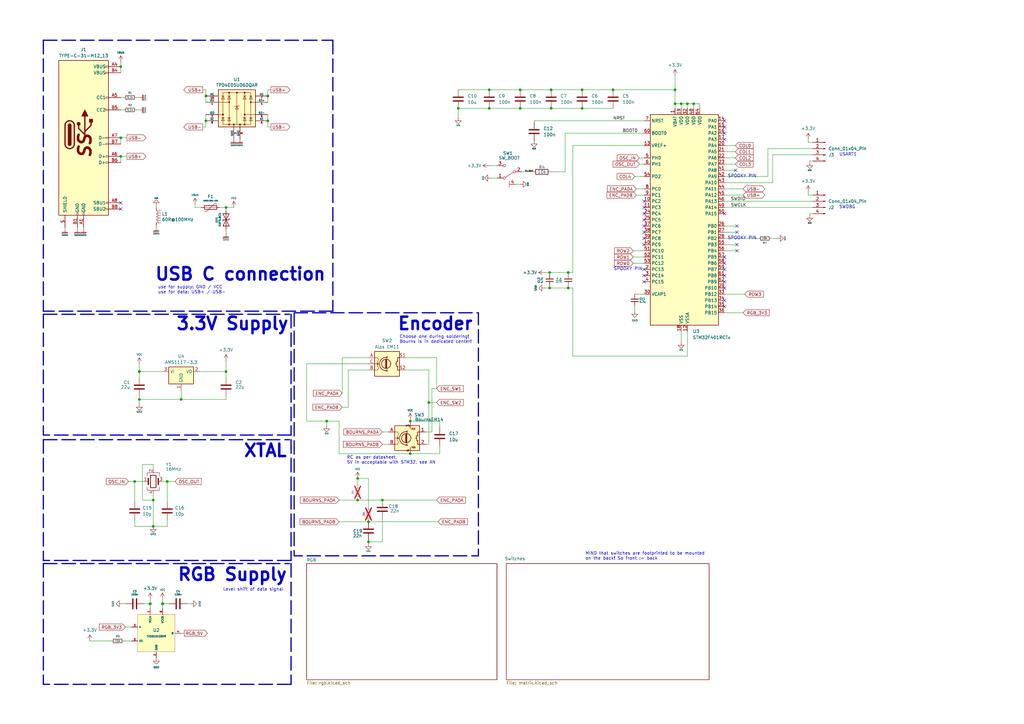
<source format=kicad_sch>
(kicad_sch (version 20230121) (generator eeschema)
  (paper "A3")
  (title_block (title "VMacPad PCB") (date "2023-08-07") (rev "1") (company "11kbd"))
  (junction (at 281.94 42.545))
  (junction (at 66.675 247.65) (diameter 1.016))
  (junction (at 109.855 49.53))
  (junction (at 156.845 205.105))
  (junction (at 61.595 247.65) (diameter 1.016))
  (junction (at 233.045 111.76) (diameter 0.9144))
  (junction (at 84.455 39.37))
  (junction (at 84.455 49.53))
  (junction (at 168.275 172.72))
  (junction (at 187.96 44.45))
  (junction (at 57.15 152.4) (diameter 1.016))
  (junction (at 213.36 36.83))
  (junction (at 213.36 44.45))
  (junction (at 74.295 163.83))
  (junction (at 251.46 36.83))
  (junction (at 151.13 222.25))
  (junction (at 276.86 36.83))
  (junction (at 284.48 42.545))
  (junction (at 146.685 205.105))
  (junction (at 109.855 39.37))
  (junction (at 68.58 197.485))
  (junction (at 238.76 36.83))
  (junction (at 279.4 42.545))
  (junction (at 225.425 111.76) (diameter 0.9144))
  (junction (at 226.06 36.83))
  (junction (at 62.865 205.105))
  (junction (at 49.53 64.135))
  (junction (at 49.53 56.515))
  (junction (at 49.53 27.305))
  (junction (at 200.66 36.83))
  (junction (at 92.71 85.09))
  (junction (at 151.13 213.995))
  (junction (at 175.895 165.1))
  (junction (at 92.71 152.4))
  (junction (at 62.865 215.9))
  (junction (at 238.76 44.45))
  (junction (at 200.66 44.45))
  (junction (at 226.06 44.45))
  (junction (at 133.985 172.72))
  (junction (at 57.15 163.83))
  (junction (at 225.425 118.11) (diameter 0.9144))
  (junction (at 168.275 186.055))
  (junction (at 146.685 196.215))
  (junction (at 55.245 197.485))
  (junction (at 276.86 42.545))
  (junction (at 233.045 118.11) (diameter 0.9144))
  (no_connect (at 264.16 85.09))
  (no_connect (at 297.18 118.11))
  (no_connect (at 264.16 113.03))
  (no_connect (at 297.18 57.15))
  (no_connect (at 301.625 69.85))
  (no_connect (at 297.18 54.61))
  (no_connect (at 297.18 52.07))
  (no_connect (at 297.18 113.03))
  (no_connect (at 302.26 102.87))
  (no_connect (at 264.16 100.33))
  (no_connect (at 297.18 105.41))
  (no_connect (at 297.18 107.95))
  (no_connect (at 49.53 85.725))
  (no_connect (at 297.18 123.19))
  (no_connect (at 264.16 90.17))
  (no_connect (at 302.26 100.33))
  (no_connect (at 264.16 97.79))
  (no_connect (at 264.16 82.55))
  (no_connect (at 264.16 115.57))
  (no_connect (at 297.18 87.63))
  (no_connect (at 264.16 92.71))
  (no_connect (at 302.26 92.71))
  (no_connect (at 297.18 125.73))
  (no_connect (at 297.18 110.49))
  (no_connect (at 49.53 83.185))
  (no_connect (at 264.16 87.63))
  (no_connect (at 264.16 95.25))
  (no_connect (at 302.26 95.25))
  (no_connect (at 264.16 110.49))
  (no_connect (at 297.18 115.57))
  (no_connect (at 297.18 49.53))
  (wire (pts (xy 297.18 82.55) (xy 333.375 82.55)))
  (wire (pts (xy 146.685 205.105) (xy 146.685 204.47)))
  (wire (pts (xy 109.855 39.37) (xy 109.855 41.91)))
  (wire (pts (xy 200.66 36.83) (xy 213.36 36.83)))
  (wire (pts (xy 59.055 247.65) (xy 61.595 247.65)))
  (wire (pts (xy 260.985 80.01) (xy 264.16 80.01)))
  (wire (pts (xy 331.47 58.42) (xy 331.47 57.15)))
  (wire (pts (xy 26.67 93.345) (xy 26.67 93.98)))
  (wire (pts (xy 297.18 128.27) (xy 304.8 128.27)))
  (wire (pts (xy 225.425 111.76) (xy 225.425 112.395)))
  (wire (pts (xy 177.165 177.165) (xy 177.165 159.385)))
  (polyline (pts (xy 17.78 16.51) (xy 17.78 127.635)) (stroke (width 0.508) (type dash)))
  (wire (pts (xy 62.865 205.105) (xy 62.865 202.565)))
  (wire (pts (xy 316.865 63.5) (xy 316.865 74.93)))
  (wire (pts (xy 233.045 111.76) (xy 234.95 111.76)))
  (polyline (pts (xy 17.78 231.14) (xy 118.745 231.14)) (stroke (width 0.508) (type dash)))
  (polyline (pts (xy 17.78 180.34) (xy 118.745 180.34)) (stroke (width 0.508) (type dash)))
  (wire (pts (xy 233.045 117.475) (xy 233.045 118.11)))
  (wire (pts (xy 52.705 197.485) (xy 55.245 197.485)))
  (wire (pts (xy 333.375 58.42) (xy 331.47 58.42)))
  (wire (pts (xy 66.675 197.485) (xy 68.58 197.485)))
  (wire (pts (xy 49.53 56.515) (xy 49.53 59.055)))
  (wire (pts (xy 139.065 213.995) (xy 151.13 213.995)))
  (wire (pts (xy 61.595 245.745) (xy 61.595 247.65)))
  (polyline (pts (xy 136.525 127.635) (xy 17.78 127.635)) (stroke (width 0.508) (type dash)))
  (wire (pts (xy 168.275 186.055) (xy 139.065 186.055)))
  (wire (pts (xy 57.15 152.4) (xy 57.15 154.94)))
  (wire (pts (xy 55.245 197.485) (xy 55.245 205.74)))
  (wire (pts (xy 297.18 64.77) (xy 301.625 64.77)))
  (wire (pts (xy 179.07 146.685) (xy 166.37 146.685)))
  (wire (pts (xy 139.065 186.055) (xy 139.065 172.72)))
  (wire (pts (xy 156.845 205.105) (xy 179.07 205.105)))
  (wire (pts (xy 332.105 66.04) (xy 332.105 66.675)))
  (wire (pts (xy 213.36 44.45) (xy 226.06 44.45)))
  (wire (pts (xy 68.58 197.485) (xy 71.755 197.485)))
  (wire (pts (xy 50.8 262.89) (xy 53.975 262.89)))
  (wire (pts (xy 156.845 222.25) (xy 151.13 222.25)))
  (wire (pts (xy 92.71 152.4) (xy 92.71 154.94)))
  (polyline (pts (xy 119.38 178.435) (xy 17.78 178.435)) (stroke (width 0.508) (type dash)))
  (wire (pts (xy 125.73 149.225) (xy 125.73 172.72)))
  (wire (pts (xy 297.18 95.25) (xy 302.26 95.25)))
  (wire (pts (xy 84.455 46.99) (xy 84.455 49.53)))
  (wire (pts (xy 166.37 151.765) (xy 175.895 151.765)))
  (wire (pts (xy 90.17 85.09) (xy 92.71 85.09)))
  (wire (pts (xy 92.71 93.98) (xy 92.71 95.885)))
  (wire (pts (xy 142.875 167.005) (xy 142.875 151.765)))
  (polyline (pts (xy 119.38 229.87) (xy 17.78 229.87)) (stroke (width 0.508) (type dash)))
  (wire (pts (xy 84.455 36.83) (xy 84.455 39.37)))
  (wire (pts (xy 226.06 44.45) (xy 238.76 44.45)))
  (wire (pts (xy 146.685 205.105) (xy 156.845 205.105)))
  (wire (pts (xy 180.34 182.88) (xy 180.34 186.055)))
  (wire (pts (xy 276.86 42.545) (xy 276.86 44.45)))
  (wire (pts (xy 142.875 151.765) (xy 151.13 151.765)))
  (wire (pts (xy 62.865 192.405) (xy 62.865 190.5)))
  (wire (pts (xy 175.895 165.1) (xy 175.895 182.245)))
  (wire (pts (xy 238.76 44.45) (xy 251.46 44.45)))
  (wire (pts (xy 49.53 64.135) (xy 49.53 66.675)))
  (wire (pts (xy 31.75 93.345) (xy 31.75 93.98)))
  (wire (pts (xy 175.895 151.765) (xy 175.895 165.1)))
  (polyline (pts (xy 136.525 16.51) (xy 136.525 127.635)) (stroke (width 0.508) (type dash)))
  (polyline (pts (xy 17.78 128.905) (xy 17.78 178.435)) (stroke (width 0.508) (type dash)))
  (wire (pts (xy 297.18 59.69) (xy 301.625 59.69)))
  (wire (pts (xy 281.94 42.545) (xy 284.48 42.545)))
  (wire (pts (xy 58.42 205.105) (xy 62.865 205.105)))
  (wire (pts (xy 200.66 67.945) (xy 203.835 67.945)))
  (wire (pts (xy 151.13 149.225) (xy 125.73 149.225)))
  (wire (pts (xy 297.18 67.31) (xy 301.625 67.31)))
  (wire (pts (xy 156.845 177.165) (xy 159.385 177.165)))
  (wire (pts (xy 226.06 36.83) (xy 238.76 36.83)))
  (wire (pts (xy 92.71 147.955) (xy 92.71 152.4)))
  (wire (pts (xy 262.255 64.77) (xy 264.16 64.77)))
  (wire (pts (xy 297.18 120.65) (xy 305.435 120.65)))
  (wire (pts (xy 233.045 118.11) (xy 234.95 118.11)))
  (wire (pts (xy 140.335 167.005) (xy 142.875 167.005)))
  (wire (pts (xy 151.13 213.995) (xy 151.13 213.36)))
  (wire (pts (xy 92.71 162.56) (xy 92.71 163.83)))
  (wire (pts (xy 159.385 182.245) (xy 156.845 182.245)))
  (wire (pts (xy 68.58 213.36) (xy 68.58 215.9)))
  (wire (pts (xy 226.06 70.485) (xy 231.775 70.485)))
  (wire (pts (xy 68.58 215.9) (xy 62.865 215.9)))
  (wire (pts (xy 302.26 100.33) (xy 297.18 100.33)))
  (wire (pts (xy 297.18 85.09) (xy 333.375 85.09)))
  (wire (pts (xy 219.075 49.53) (xy 219.075 50.165)))
  (wire (pts (xy 168.275 186.055) (xy 180.34 186.055)))
  (wire (pts (xy 187.96 44.45) (xy 200.66 44.45)))
  (wire (pts (xy 174.625 177.165) (xy 177.165 177.165)))
  (wire (pts (xy 276.86 42.545) (xy 279.4 42.545)))
  (wire (pts (xy 177.165 159.385) (xy 179.07 159.385)))
  (wire (pts (xy 333.375 87.63) (xy 332.105 87.63)))
  (wire (pts (xy 111.125 36.83) (xy 109.855 36.83)))
  (wire (pts (xy 179.07 159.385) (xy 179.07 146.685)))
  (wire (pts (xy 331.47 80.01) (xy 331.47 78.74)))
  (wire (pts (xy 213.995 70.485) (xy 218.44 70.485)))
  (wire (pts (xy 297.18 97.79) (xy 311.15 97.79)))
  (wire (pts (xy 109.855 52.07) (xy 111.125 52.07)))
  (wire (pts (xy 55.245 215.9) (xy 62.865 215.9)))
  (wire (pts (xy 57.15 149.225) (xy 57.15 152.4)))
  (wire (pts (xy 284.48 44.45) (xy 284.48 42.545)))
  (wire (pts (xy 64.135 84.455) (xy 64.135 85.09)))
  (wire (pts (xy 74.295 259.715) (xy 75.565 259.715)))
  (wire (pts (xy 62.865 205.105) (xy 62.865 215.9)))
  (wire (pts (xy 297.18 72.39) (xy 314.96 72.39)))
  (wire (pts (xy 49.53 56.515) (xy 52.07 56.515)))
  (wire (pts (xy 316.23 97.79) (xy 318.77 97.79)))
  (wire (pts (xy 151.13 196.215) (xy 146.685 196.215)))
  (wire (pts (xy 281.94 44.45) (xy 281.94 42.545)))
  (wire (pts (xy 151.13 213.995) (xy 179.705 213.995)))
  (wire (pts (xy 80.01 85.09) (xy 82.55 85.09)))
  (polyline (pts (xy 17.78 231.14) (xy 17.78 280.67)) (stroke (width 0.508) (type dash)))
  (wire (pts (xy 281.94 42.545) (xy 279.4 42.545)))
  (wire (pts (xy 69.215 247.65) (xy 66.675 247.65)))
  (wire (pts (xy 51.435 257.175) (xy 53.975 257.175)))
  (wire (pts (xy 276.86 36.83) (xy 276.86 31.115)))
  (wire (pts (xy 151.13 208.28) (xy 151.13 196.215)))
  (wire (pts (xy 49.53 40.005) (xy 50.8 40.005)))
  (wire (pts (xy 133.985 172.72) (xy 133.985 174.625)))
  (wire (pts (xy 225.425 111.76) (xy 223.52 111.76)))
  (wire (pts (xy 78.105 247.65) (xy 76.835 247.65)))
  (wire (pts (xy 49.53 64.135) (xy 52.07 64.135)))
  (wire (pts (xy 151.13 222.25) (xy 151.13 222.885)))
  (wire (pts (xy 83.185 36.83) (xy 84.455 36.83)))
  (wire (pts (xy 187.96 44.45) (xy 187.96 48.26)))
  (wire (pts (xy 83.185 52.07) (xy 84.455 52.07)))
  (wire (pts (xy 180.34 172.72) (xy 180.34 175.26)))
  (wire (pts (xy 84.455 52.07) (xy 84.455 49.53)))
  (wire (pts (xy 231.775 54.61) (xy 264.16 54.61)))
  (wire (pts (xy 168.275 172.72) (xy 168.275 173.355)))
  (polyline (pts (xy 17.78 128.905) (xy 118.745 128.905)) (stroke (width 0.508) (type dash)))
  (wire (pts (xy 58.42 190.5) (xy 58.42 205.105)))
  (wire (pts (xy 168.275 172.085) (xy 168.275 172.72)))
  (wire (pts (xy 57.15 162.56) (xy 57.15 163.83)))
  (wire (pts (xy 55.88 45.085) (xy 57.15 45.085)))
  (wire (pts (xy 168.275 172.72) (xy 180.34 172.72)))
  (wire (pts (xy 151.13 221.615) (xy 151.13 222.25)))
  (wire (pts (xy 81.915 152.4) (xy 92.71 152.4)))
  (wire (pts (xy 66.675 247.65) (xy 66.675 249.555)))
  (wire (pts (xy 109.855 49.53) (xy 109.855 52.07)))
  (wire (pts (xy 260.35 72.39) (xy 264.16 72.39)))
  (wire (pts (xy 333.375 66.04) (xy 332.105 66.04)))
  (wire (pts (xy 333.375 80.01) (xy 331.47 80.01)))
  (wire (pts (xy 332.105 87.63) (xy 332.105 88.265)))
  (wire (pts (xy 231.775 70.485) (xy 231.775 54.61)))
  (wire (pts (xy 316.865 74.93) (xy 297.18 74.93)))
  (wire (pts (xy 238.76 36.83) (xy 251.46 36.83)))
  (wire (pts (xy 260.35 120.65) (xy 264.16 120.65)))
  (wire (pts (xy 55.245 197.485) (xy 59.055 197.485)))
  (wire (pts (xy 55.245 213.36) (xy 55.245 215.9)))
  (wire (pts (xy 297.18 62.23) (xy 301.625 62.23)))
  (wire (pts (xy 34.29 93.345) (xy 34.29 93.98)))
  (wire (pts (xy 57.15 163.83) (xy 57.15 165.735)))
  (wire (pts (xy 260.35 125.73) (xy 260.35 127.635)))
  (wire (pts (xy 62.865 190.5) (xy 58.42 190.5)))
  (polyline (pts (xy 17.78 180.34) (xy 17.78 229.87)) (stroke (width 0.508) (type dash)))
  (wire (pts (xy 262.255 67.31) (xy 264.16 67.31)))
  (wire (pts (xy 302.26 102.87) (xy 297.18 102.87)))
  (wire (pts (xy 57.15 163.83) (xy 74.295 163.83)))
  (wire (pts (xy 80.01 83.82) (xy 80.01 85.09)))
  (wire (pts (xy 284.48 42.545) (xy 287.02 42.545)))
  (wire (pts (xy 333.375 63.5) (xy 316.865 63.5)))
  (wire (pts (xy 203.835 73.025) (xy 201.295 73.025)))
  (wire (pts (xy 233.045 111.76) (xy 233.045 112.395)))
  (wire (pts (xy 213.36 36.83) (xy 226.06 36.83)))
  (wire (pts (xy 61.595 247.65) (xy 61.595 249.555)))
  (wire (pts (xy 251.46 36.83) (xy 276.86 36.83)))
  (wire (pts (xy 68.58 197.485) (xy 68.58 205.74)))
  (wire (pts (xy 36.83 262.89) (xy 45.72 262.89)))
  (wire (pts (xy 66.675 247.65) (xy 66.675 245.745)))
  (polyline (pts (xy 119.38 180.34) (xy 119.38 229.87)) (stroke (width 0.508) (type dash)))
  (wire (pts (xy 314.96 60.96) (xy 333.375 60.96)))
  (wire (pts (xy 109.855 36.83) (xy 109.855 39.37)))
  (wire (pts (xy 49.53 25.4) (xy 49.53 27.305)))
  (polyline (pts (xy 119.38 128.905) (xy 119.38 178.435)) (stroke (width 0.508) (type dash)))
  (polyline (pts (xy 119.38 280.67) (xy 17.78 280.67)) (stroke (width 0.508) (type dash)))
  (wire (pts (xy 234.95 146.05) (xy 281.94 146.05)))
  (polyline (pts (xy 119.38 231.14) (xy 119.38 280.67)) (stroke (width 0.508) (type dash)))
  (wire (pts (xy 279.4 44.45) (xy 279.4 42.545)))
  (wire (pts (xy 50.165 247.65) (xy 51.435 247.65)))
  (wire (pts (xy 234.95 146.05) (xy 234.95 118.11)))
  (wire (pts (xy 225.425 118.11) (xy 223.52 118.11)))
  (wire (pts (xy 175.895 182.245) (xy 174.625 182.245)))
  (wire (pts (xy 49.53 27.305) (xy 49.53 29.845)))
  (wire (pts (xy 187.96 36.83) (xy 200.66 36.83)))
  (wire (pts (xy 281.94 135.89) (xy 281.94 146.05)))
  (wire (pts (xy 84.455 39.37) (xy 84.455 41.91)))
  (wire (pts (xy 225.425 117.475) (xy 225.425 118.11)))
  (wire (pts (xy 74.295 160.02) (xy 74.295 163.83)))
  (wire (pts (xy 139.065 205.105) (xy 146.685 205.105)))
  (wire (pts (xy 92.71 85.09) (xy 95.885 85.09)))
  (wire (pts (xy 276.86 36.83) (xy 276.86 42.545)))
  (wire (pts (xy 57.15 152.4) (xy 66.675 152.4)))
  (wire (pts (xy 74.295 163.83) (xy 92.71 163.83)))
  (wire (pts (xy 314.96 72.39) (xy 314.96 60.96)))
  (wire (pts (xy 146.685 196.215) (xy 146.685 199.39)))
  (wire (pts (xy 297.18 80.01) (xy 304.8 80.01)))
  (wire (pts (xy 233.045 111.76) (xy 225.425 111.76)))
  (wire (pts (xy 259.715 102.87) (xy 264.16 102.87)))
  (wire (pts (xy 109.855 46.99) (xy 109.855 49.53)))
  (wire (pts (xy 233.045 118.11) (xy 225.425 118.11)))
  (wire (pts (xy 92.71 85.09) (xy 92.71 86.36)))
  (wire (pts (xy 287.02 44.45) (xy 287.02 42.545)))
  (wire (pts (xy 211.455 75.565) (xy 213.36 75.565)))
  (wire (pts (xy 234.95 59.69) (xy 264.16 59.69)))
  (wire (pts (xy 264.16 49.53) (xy 219.075 49.53)))
  (wire (pts (xy 125.73 172.72) (xy 133.985 172.72)))
  (wire (pts (xy 64.135 92.71) (xy 64.135 93.345)))
  (wire (pts (xy 140.335 146.685) (xy 151.13 146.685)))
  (wire (pts (xy 139.065 172.72) (xy 133.985 172.72)))
  (wire (pts (xy 259.715 105.41) (xy 264.16 105.41)))
  (wire (pts (xy 260.985 77.47) (xy 264.16 77.47)))
  (wire (pts (xy 297.18 69.85) (xy 301.625 69.85)))
  (polyline (pts (xy 17.78 16.51) (xy 136.525 16.51)) (stroke (width 0.508) (type dash)))
  (wire (pts (xy 234.95 59.69) (xy 234.95 111.76)))
  (wire (pts (xy 55.88 40.005) (xy 57.15 40.005)))
  (wire (pts (xy 279.4 135.89) (xy 279.4 140.335)))
  (wire (pts (xy 179.07 165.1) (xy 175.895 165.1)))
  (wire (pts (xy 297.18 77.47) (xy 304.8 77.47)))
  (wire (pts (xy 200.66 44.45) (xy 213.36 44.45)))
  (wire (pts (xy 49.53 45.085) (xy 50.8 45.085)))
  (wire (pts (xy 297.18 92.71) (xy 302.26 92.71)))
  (wire (pts (xy 259.715 107.95) (xy 264.16 107.95)))
  (wire (pts (xy 140.335 161.29) (xy 140.335 146.685)))
  (wire (pts (xy 156.845 212.725) (xy 156.845 222.25)))
  (rectangle (start 120.65 128.27) (end 196.215 227.965) (stroke (width 0.5) (type dash)))
  (text "use for supply: GND / VCC\nuse for data: USB+ / USB-\n" (at 64.77 120.65 0) (effects (font (size 1.27 1.27)) (justify left bottom)))
  (text "SWDBG" (at 344.17 85.725 0) (effects (font (size 1.27 1.27)) (justify left bottom)))
  (text "USART1" (at 344.17 64.135 0) (effects (font (size 1.27 1.27)) (justify left bottom)))
  (text "XTAL" (at 118.11 187.96 0) (effects (font (size 5.08 5.08) (thickness 1.016) bold) (justify right bottom)))
  (text "Level shift of data signal" (at 91.44 242.57 0) (effects (font (size 1.27 1.27)) (justify left bottom)))
  (text "Choose one during soldering!\nBourns is in dedicated center!" (at 163.83 140.97 0) (effects (font (size 1.27 1.27)) (justify left bottom)))
  (text "RGB Supply" (at 118.11 238.76 0) (effects (font (size 5.08 5.08) (thickness 1.016) bold) (justify right bottom)))
  (text "RC as per datasheet.\n5V in acceptable with STM32, see AN" (at 142.24 190.5 0) (effects (font (size 1.27 1.27)) (justify left bottom)))
  (text "Encoder" (at 194.31 135.89 0) (effects (font (size 5.08 5.08) (thickness 1.016) bold) (justify right bottom)))
  (text "SPOOKY PIN" (at 298.45 98.425 0) (effects (font (size 1.27 1.27)) (justify left bottom)))
  (text "USB C connection" (at 133.985 115.57 0) (effects (font (size 5.08 5.08) (thickness 1.016) bold) (justify right bottom)))
  (text "SPOOKY PIN" (at 263.525 111.125 0) (effects (font (size 1.27 1.27)) (justify right bottom)))
  (text "MIND that switches are footprinted to be mounted\non the back! So front := back" (at 240.03 229.87 0) (effects (font (size 1.27 1.27)) (justify left bottom)))
  (text "3.3V Supply" (at 118.745 135.89 0) (effects (font (size 5.08 5.08) (thickness 1.016) bold) (justify right bottom)))
  (text "SPOOKY PIN" (at 298.45 73.025 0) (effects (font (size 1.27 1.27)) (justify left bottom)))
  (label "NRST" (at 251.46 49.53 0))
  (label "BOOT0" (at 255.27 54.61 0))
  (label "SWDIO" (at 299.72 82.55 0))
  (label "SWCLK" (at 299.72 85.09 0))
  (label "SW_BOOT" (at 215.265 70.485 0) (effects (font (size 0.508 0.508))))
  (global_label "ROW1" (shape input) (at 259.715 105.41 180) (property "Intersheetrefs" "${INTERSHEET_REFS}" (effects hide)))
  (global_label "USB+" (shape output) (at 83.185 36.83 180) (property "Intersheetrefs" "${INTERSHEET_REFS}" (effects hide)))
  (global_label "ENC_SW2" (shape input) (at 179.07 165.1 0) (property "Intersheetrefs" "${INTERSHEET_REFS}" (effects hide)))
  (global_label "OSC_OUT" (shape input) (at 71.755 197.485 0) (property "Intersheetrefs" "${INTERSHEET_REFS}" (effects hide)))
  (global_label "COL4" (shape input) (at 260.35 72.39 180) (property "Intersheetrefs" "${INTERSHEET_REFS}" (effects hide)))
  (global_label "ENC_SW1" (shape input) (at 179.07 159.385 0) (property "Intersheetrefs" "${INTERSHEET_REFS}" (effects hide)))
  (global_label "OSC_IN" (shape input) (at 52.705 197.485 180) (property "Intersheetrefs" "${INTERSHEET_REFS}" (effects hide)))
  (global_label "COL2" (shape input) (at 301.625 64.77 0) (property "Intersheetrefs" "${INTERSHEET_REFS}" (effects hide)))
  (global_label "USB-" (shape output) (at 83.185 52.07 180) (property "Intersheetrefs" "${INTERSHEET_REFS}" (effects hide)))
  (global_label "ENC_PADB" (shape input) (at 260.985 80.01 180) (property "Intersheetrefs" "${INTERSHEET_REFS}" (effects hide)))
  (global_label "ENC_PADA" (shape input) (at 140.335 161.29 180) (property "Intersheetrefs" "${INTERSHEET_REFS}" (effects hide)))
  (global_label "COL0" (shape input) (at 301.625 59.69 0) (property "Intersheetrefs" "${INTERSHEET_REFS}" (effects hide)))
  (global_label "USB+" (shape bidirectional) (at 304.8 80.01 0) (property "Intersheetrefs" "${INTERSHEET_REFS}" (effects hide)))
  (global_label "BOURNS_PADA" (shape input) (at 156.845 177.165 180) (property "Intersheetrefs" "${INTERSHEET_REFS}" (effects hide)))
  (global_label "COL3" (shape input) (at 301.625 67.31 0) (property "Intersheetrefs" "${INTERSHEET_REFS}" (effects hide)))
  (global_label "ENC_PADA" (shape input) (at 260.985 77.47 180) (property "Intersheetrefs" "${INTERSHEET_REFS}" (effects hide)))
  (global_label "ENC_PADA" (shape input) (at 179.07 205.105 0) (property "Intersheetrefs" "${INTERSHEET_REFS}" (effects hide)))
  (global_label "USB-" (shape output) (at 111.125 52.07 0) (property "Intersheetrefs" "${INTERSHEET_REFS}" (effects hide)))
  (global_label "OSC_IN" (shape input) (at 262.255 64.77 180) (property "Intersheetrefs" "${INTERSHEET_REFS}" (effects hide)))
  (global_label "USB-" (shape output) (at 52.07 56.515 0) (property "Intersheetrefs" "${INTERSHEET_REFS}" (effects hide)))
  (global_label "RGB_3V3" (shape input) (at 304.8 128.27 0) (property "Intersheetrefs" "${INTERSHEET_REFS}" (effects hide)))
  (global_label "ROW0" (shape input) (at 259.715 107.95 180) (property "Intersheetrefs" "${INTERSHEET_REFS}" (effects hide)))
  (global_label "USB+" (shape output) (at 111.125 36.83 0) (property "Intersheetrefs" "${INTERSHEET_REFS}" (effects hide)))
  (global_label "ROW3" (shape input) (at 305.435 120.65 0) (property "Intersheetrefs" "${INTERSHEET_REFS}" (effects hide)))
  (global_label "ROW2" (shape input) (at 259.715 102.87 180) (property "Intersheetrefs" "${INTERSHEET_REFS}" (effects hide)))
  (global_label "RGB_5V" (shape output) (at 75.565 259.715 0) (property "Intersheetrefs" "${INTERSHEET_REFS}" (effects hide)))
  (global_label "COL1" (shape input) (at 301.625 62.23 0) (property "Intersheetrefs" "${INTERSHEET_REFS}" (effects hide)))
  (global_label "ENC_PADB" (shape input) (at 179.705 213.995 0) (property "Intersheetrefs" "${INTERSHEET_REFS}" (effects hide)))
  (global_label "BOURNS_PADA" (shape input) (at 139.065 205.105 180) (property "Intersheetrefs" "${INTERSHEET_REFS}" (effects hide)))
  (global_label "ENC_PADB" (shape input) (at 140.335 167.005 180) (property "Intersheetrefs" "${INTERSHEET_REFS}" (effects hide)))
  (global_label "USB+" (shape output) (at 52.07 64.135 0) (property "Intersheetrefs" "${INTERSHEET_REFS}" (effects hide)))
  (global_label "OSC_OUT" (shape input) (at 262.255 67.31 180) (property "Intersheetrefs" "${INTERSHEET_REFS}" (effects hide)))
  (global_label "BOURNS_PADB" (shape input) (at 156.845 182.245 180) (property "Intersheetrefs" "${INTERSHEET_REFS}" (effects hide)))
  (global_label "USB-" (shape bidirectional) (at 304.8 77.47 0) (property "Intersheetrefs" "${INTERSHEET_REFS}" (effects hide)))
  (global_label "BOURNS_PADB" (shape input) (at 139.065 213.995 180) (property "Intersheetrefs" "${INTERSHEET_REFS}" (effects hide)))
  (global_label "RGB_3V3" (shape input) (at 51.435 257.175 180) (property "Intersheetrefs" "${INTERSHEET_REFS}" (effects hide)))
  (symbol (lib_id "Device:RotaryEncoder_Switch") (at 158.75 149.225 0) (unit 1) (in_bom no)
    (property "Reference" "SW2" (at 158.75 139.7 0))
    (property "Value" "Alps EM11" (at 158.75 142.24 0))
    (property "Footprint" "Rotary_Encoder:RotaryEncoder_Alps_EC11E-Switch_Vertical_H20mm" (effects hide))
  )
  (symbol (lib_id "Device:C") (at 187.96 40.64 0) (unit 1)
    (property "Reference" "C10" (at 191.77 39.37 0) (effects (justify left)))
    (property "Value" "10u" (at 191.77 41.91 0) (effects (justify left)))
    (property "Footprint" "Capacitor_SMD:C_0805_2012Metric" (effects hide))
    (property "Package" "C0805" (effects hide))
  )
  (symbol (lib_id "Device:R_Small") (at 53.34 40.005 90) (unit 1)
    (property "Reference" "R1" (at 53.34 38.1 90) (effects (font (size 0.762 0.762))))
    (property "Value" "5.1k" (at 53.34 40.005 90) (effects (font (size 0.762 0.762))))
    (property "Footprint" "Resistor_SMD:R_0805_2012Metric" (effects hide))
    (property "Package" "R0805" (effects hide))
  )
  (symbol (lib_id "power:GNDPWR") (at 34.29 93.98 0) (unit 1)
    (property "Reference" "#PWR05" (effects hide))
    (property "Value" "GNDPWR" (at 34.29 96.52 0) (effects (font (size 0.381 0.381))))
  )
  (symbol (lib_id "Device:R_Small") (at 313.69 97.79 270) (unit 1)
    (property "Reference" "R7" (at 313.69 99.695 90) (effects (font (size 0.7874 0.7874))))
    (property "Value" "10k" (at 313.69 97.79 90) (effects (font (size 0.7874 0.7874))))
    (property "Footprint" "Resistor_SMD:R_0402_1005Metric" (effects hide))
    (property "Package" "R0402" (effects hide))
  )
  (symbol (lib_id "power:+3.3V") (at 331.47 78.74 0) (unit 1)
    (property "Reference" "#PWR036" (effects hide))
    (property "Value" "+3.3V" (at 331.47 74.295 0))
  )
  (symbol (lib_id "power:GNDPWR") (at 64.135 93.345 0) (unit 1)
    (property "Reference" "#PWR03" (effects hide))
    (property "Value" "GNDPWR" (at 64.135 95.885 0) (effects (font (size 0.381 0.381))))
  )
  (symbol (lib_id "Device:R") (at 222.25 70.485 90) (unit 1)
    (property "Reference" "R4" (at 222.25 68.58 90))
    (property "Value" "10k" (at 222.25 70.485 90))
    (property "Footprint" "Resistor_SMD:R_0805_2012Metric" (effects hide))
    (property "Package" "R0805" (effects hide))
  )
  (symbol (lib_id "max_customs:BournsEM14") (at 167.005 179.705 0) (unit 1) (in_bom no)
    (property "Reference" "SW3" (at 169.9261 170.18 0) (effects (justify left)))
    (property "Value" "BournsEM14" (at 170.18 172.085 0) (effects (justify left)))
    (property "Footprint" "max_customs:BournsEM14" (effects hide))
  )
  (symbol (lib_id "Device:C") (at 92.71 158.75 0) (mirror y) (unit 1)
    (property "Reference" "C2" (at 96.52 156.845 0) (effects (justify right)))
    (property "Value" "22u" (at 96.52 158.75 0) (effects (justify right)))
    (property "Footprint" "Capacitor_SMD:C_1206_3216Metric" (effects hide))
    (property "Package" "C1206" (effects hide))
  )
  (symbol (lib_id "Device:Crystal_GND24") (at 62.865 197.485 0) (unit 1)
    (property "Reference" "Y1" (at 69.215 190.5 0))
    (property "Value" "16MHz" (at 71.12 192.405 0))
    (property "Footprint" "Crystal:Crystal_SMD_3225-4Pin_3.2x2.5mm" (effects hide))
    (property "LCSC Part No" "C112972" (effects hide))
  )
  (symbol (lib_id "Device:C_Small") (at 260.35 123.19 180) (unit 1)
    (property "Reference" "C11" (at 262.255 122.555 0) (effects (font (size 0.762 0.762)) (justify right)))
    (property "Value" "4.7u" (at 262.255 123.825 0) (effects (font (size 0.762 0.762)) (justify right)))
    (property "Footprint" "Capacitor_SMD:C_0402_1005Metric" (effects hide))
    (property "Package" "C0402" (effects hide))
  )
  (symbol (lib_id "power:GND") (at 318.77 97.79 90) (unit 1)
    (property "Reference" "#PWR051" (effects hide))
    (property "Value" "GND" (at 321.945 97.79 0) (effects (font (size 0.508 0.508))))
  )
  (symbol (lib_id "power:GND") (at 260.35 127.635 0) (unit 1)
    (property "Reference" "#PWR034" (effects hide))
    (property "Value" "GND" (at 260.35 131.445 0) (effects (font (size 0.762 0.762))))
  )
  (symbol (lib_id "Device:Polyfuse") (at 86.36 85.09 90) (unit 1)
    (property "Reference" "F1" (at 86.36 80.645 90))
    (property "Value" "ASMD1206-150" (at 86.36 82.3214 90) (effects (font (size 0.508 0.508))))
    (property "Footprint" "Fuse:Fuse_1206_3216Metric" (effects hide))
    (property "Manufacturer" "Shenzhen JDT Fuse" (effects hide))
    (property "Manufacturer Part No" "ASMD1206-150" (effects hide))
    (property "LCSC Part No" "C135342" (effects hide))
    (property "Package" "F1206" (effects hide))
  )
  (symbol (lib_id "Device:C") (at 151.13 217.805 0) (unit 1)
    (property "Reference" "C19" (at 144.78 217.805 0) (effects (justify left)))
    (property "Value" "22n" (at 144.78 219.71 0) (effects (justify left)))
    (property "Footprint" "Capacitor_SMD:C_0805_2012Metric" (effects hide))
    (property "Package" "C0805" (effects hide))
  )
  (symbol (lib_id "Connector:Conn_01x04_Pin") (at 338.455 82.55 0) (mirror y) (unit 1)
    (property "Reference" "J2" (at 339.725 85.09 0) (effects (justify right)))
    (property "Value" "Conn_01x04_Pin" (at 339.725 82.55 0) (effects (justify right)))
    (property "Footprint" "Connector_PinHeader_2.54mm:PinHeader_1x04_P2.54mm_Vertical" (effects hide))
    (property "Package" "2.54 4x2" (effects hide))
  )
  (symbol (lib_id "Device:C") (at 55.245 247.65 90) (unit 1)
    (property "Reference" "C3" (at 55.245 242.57 90) (effects (font (size 0.762 0.762))))
    (property "Value" "100n" (at 55.245 243.84 90) (effects (font (size 0.762 0.762))))
    (property "Footprint" "Capacitor_SMD:C_0805_2012Metric" (effects hide))
    (property "Package" "C0805" (effects hide))
  )
  (symbol (lib_id "power:VCC") (at 57.15 149.225 0) (unit 1)
    (property "Reference" "#PWR019" (effects hide))
    (property "Value" "VCC" (at 57.15 145.415 0) (effects (font (size 0.762 0.762))))
  )
  (symbol (lib_id "power:VCC") (at 66.675 245.745 0) (unit 1)
    (property "Reference" "#PWR040" (effects hide))
    (property "Value" "VCC" (at 66.675 241.935 0) (effects (font (size 0.762 0.762))))
  )
  (symbol (lib_id "power:GNDPWR") (at 57.15 40.005 90) (unit 1)
    (property "Reference" "#PWR07" (effects hide))
    (property "Value" "GNDPWR" (at 59.69 40.005 0) (effects (font (size 0.381 0.381))))
  )
  (symbol (lib_id "power:GNDPWR") (at 31.75 93.98 0) (unit 1)
    (property "Reference" "#PWR04" (effects hide))
    (property "Value" "GNDPWR" (at 31.75 96.52 0) (effects (font (size 0.381 0.381))))
  )
  (symbol (lib_id "power:GND") (at 62.865 215.9 0) (unit 1)
    (property "Reference" "#PWR035" (effects hide))
    (property "Value" "GND" (at 62.865 219.075 0) (effects (font (size 0.762 0.762))))
  )
  (symbol (lib_id "Connector:Conn_01x04_Pin") (at 338.455 60.96 0) (mirror y) (unit 1)
    (property "Reference" "J3" (at 339.725 63.5 0) (effects (justify right)))
    (property "Value" "Conn_01x04_Pin" (at 339.725 60.96 0) (effects (justify right)))
    (property "Footprint" "Connector_PinHeader_2.54mm:PinHeader_1x04_P2.54mm_Vertical" (effects hide))
    (property "Package" "2.54 4x1" (effects hide))
  )
  (symbol (lib_id "power:+3.3V") (at 36.83 262.89 0) (unit 1)
    (property "Reference" "#PWR017" (effects hide))
    (property "Value" "+3.3V" (at 36.83 258.445 0))
  )
  (symbol (lib_id "Device:C") (at 219.075 53.975 0) (unit 1)
    (property "Reference" "C12" (at 222.885 52.705 0) (effects (justify left)))
    (property "Value" "100n" (at 222.885 55.245 0) (effects (justify left)))
    (property "Footprint" "Capacitor_SMD:C_0402_1005Metric" (effects hide))
    (property "Package" "C0402" (effects hide))
  )
  (symbol (lib_id "power:GNDPWR") (at 26.67 93.98 0) (unit 1)
    (property "Reference" "#PWR01" (effects hide))
    (property "Value" "GNDPWR" (at 26.67 96.52 0) (effects (font (size 0.381 0.381))))
  )
  (symbol (lib_id "Device:C") (at 238.76 40.64 0) (unit 1)
    (property "Reference" "C6" (at 242.57 39.37 0) (effects (justify left)))
    (property "Value" "100n" (at 242.57 41.91 0) (effects (justify left)))
    (property "Footprint" "Capacitor_SMD:C_0402_1005Metric" (effects hide))
    (property "Package" "C0402" (effects hide))
  )
  (symbol (lib_id "Switch:SW_SPDT") (at 208.915 70.485 180) (unit 1)
    (property "Reference" "SW1" (at 208.28 62.865 0))
    (property "Value" "SW_BOOT" (at 208.915 64.77 0))
    (property "Footprint" "Button_Switch_SMD:SW_SPDT_PCM12" (effects hide))
    (property "LCSC Part No" "C431540" (effects hide))
  )
  (symbol (lib_id "Device:C") (at 57.15 158.75 0) (unit 1)
    (property "Reference" "C1" (at 53.34 156.845 0) (effects (justify right)))
    (property "Value" "22u" (at 53.34 158.75 0) (effects (justify right)))
    (property "Footprint" "Capacitor_SMD:C_1206_3216Metric" (effects hide))
    (property "Package" "C1206" (effects hide))
  )
  (symbol (lib_id "power:+3.3V") (at 61.595 245.745 0) (unit 1)
    (property "Reference" "#PWR015" (effects hide))
    (property "Value" "+3.3V" (at 61.595 241.3 0))
  )
  (symbol (lib_id "Device:C") (at 55.245 209.55 0) (unit 1)
    (property "Reference" "C15" (at 58.42 208.28 0) (effects (justify left)))
    (property "Value" "10p" (at 58.42 210.82 0) (effects (justify left)))
    (property "Footprint" "Capacitor_SMD:C_0402_1005Metric" (effects hide))
    (property "Package" "C0402" (effects hide))
  )
  (symbol (lib_id "power:GND") (at 57.15 165.735 0) (unit 1)
    (property "Reference" "#PWR014" (effects hide))
    (property "Value" "GND" (at 57.15 168.91 0) (effects (font (size 0.762 0.762))))
  )
  (symbol (lib_id "power:+3.3V") (at 92.71 147.955 0) (unit 1)
    (property "Reference" "#PWR020" (effects hide))
    (property "Value" "+3.3V" (at 92.71 143.51 0))
  )
  (symbol (lib_id "power:GND") (at 213.36 75.565 90) (unit 1)
    (property "Reference" "#PWR052" (effects hide))
    (property "Value" "GND" (at 216.535 75.565 0) (effects (font (size 0.508 0.508))))
  )
  (symbol (lib_id "Device:C") (at 251.46 40.64 0) (unit 1)
    (property "Reference" "C5" (at 255.27 39.37 0) (effects (justify left)))
    (property "Value" "100n" (at 255.27 41.91 0) (effects (justify left)))
    (property "Footprint" "Capacitor_SMD:C_0402_1005Metric" (effects hide))
    (property "Package" "C0402" (effects hide))
  )
  (symbol (lib_id "power:+3.3V") (at 276.86 31.115 0) (unit 1)
    (property "Reference" "#PWR027" (effects hide))
    (property "Value" "+3.3V" (at 276.86 26.67 0))
  )
  (symbol (lib_id "Device:L_Ferrite") (at 64.135 88.9 0) (unit 1)
    (property "Reference" "L1" (at 66.3702 87.757 0) (effects (justify left)))
    (property "Value" "60R@100MHz" (at 66.3702 90.043 0) (effects (justify left)))
    (property "Footprint" "Inductor_SMD:L_1206_3216Metric" (effects hide))
    (property "Manufacturer" "MELED Industrial" (effects hide))
    (property "Manufacturer Part No" "MLB3216-600P4A(f)" (effects hide))
    (property "LCSC Part No" "C33600" (effects hide))
    (property "Package" "L1206" (effects hide))
  )
  (symbol (lib_id "Device:C") (at 200.66 40.64 0) (unit 1)
    (property "Reference" "C9" (at 204.47 39.37 0) (effects (justify left)))
    (property "Value" "100n" (at 204.47 41.91 0) (effects (justify left)))
    (property "Footprint" "Capacitor_SMD:C_0402_1005Metric" (effects hide))
    (property "Package" "C0402" (effects hide))
  )
  (symbol (lib_id "Device:D_TVS") (at 92.71 90.17 270) (mirror x) (unit 1)
    (property "Reference" "DP1" (at 88.9 90.17 0) (effects (font (size 0.762 0.762))))
    (property "Value" "SMF9.0CA" (at 90.17 90.17 0) (effects (font (size 0.762 0.762))))
    (property "Footprint" "Acheron_Components:D_SOD-123_Bidirectional" (effects hide))
    (property "Package" "SOD-123F-B" (effects hide))
    (property "Manufacturer" "Microdiode Electronics" (effects hide))
    (property "Manufacturer Part No" "SMF9.0CA" (effects hide))
    (property "LCSC Part No" "C123799" (effects hide))
  )
  (symbol (lib_id "Device:C") (at 213.36 40.64 0) (unit 1)
    (property "Reference" "C8" (at 217.17 39.37 0) (effects (justify left)))
    (property "Value" "100n" (at 217.17 41.91 0) (effects (justify left)))
    (property "Footprint" "Capacitor_SMD:C_0402_1005Metric" (effects hide))
    (property "Package" "C0402" (effects hide))
  )
  (symbol (lib_id "power:GND") (at 133.985 174.625 0) (unit 1)
    (property "Reference" "#PWR016" (effects hide))
    (property "Value" "GND" (at 133.985 177.8 0) (effects (font (size 0.508 0.508))))
  )
  (symbol (lib_id "power:GND") (at 201.295 73.025 270) (unit 1)
    (property "Reference" "#PWR030" (effects hide))
    (property "Value" "GND" (at 198.12 73.025 0) (effects (font (size 0.508 0.508))))
  )
  (symbol (lib_id "power:+3.3V") (at 223.52 111.76 90) (unit 1)
    (property "Reference" "#PWR033" (effects hide))
    (property "Value" "+3.3V" (at 220.345 111.76 90) (effects (justify left)))
  )
  (symbol (lib_id "Device:C") (at 180.34 179.07 0) (unit 1)
    (property "Reference" "C17" (at 184.15 177.8 0) (effects (justify left)))
    (property "Value" "10u" (at 184.15 180.34 0) (effects (justify left)))
    (property "Footprint" "Capacitor_SMD:C_0805_2012Metric" (effects hide))
    (property "Package" "C0805" (effects hide))
  )
  (symbol (lib_id "power:VCC") (at 95.885 85.09 0) (unit 1)
    (property "Reference" "#PWR013" (effects hide))
    (property "Value" "VCC" (at 95.885 81.28 0) (effects (font (size 0.762 0.762))))
  )
  (symbol (lib_id "acheronSymbols:TYPE-C-31-M12_13") (at 34.29 56.515 0) (unit 1)
    (property "Reference" "J1" (at 34.29 20.32 0))
    (property "Value" "TYPE-C-31-M12_13" (at 34.29 22.86 0))
    (property "Footprint" "Acheron_Connectors:TYPE-C-31-M-12" (effects hide))
    (property "Manufacturer" "Korean Hroparts" (effects hide))
    (property "Manufacturer Part No" "TYPE-C-31-M-12" (effects hide))
    (property "LCSC Part No" "C165948" (effects hide))
  )
  (symbol (lib_id "Device:R_Small") (at 53.34 45.085 90) (unit 1)
    (property "Reference" "R2" (at 53.34 43.18 90) (effects (font (size 0.762 0.762))))
    (property "Value" "5.1k" (at 53.34 45.085 90) (effects (font (size 0.762 0.762))))
    (property "Footprint" "Resistor_SMD:R_0805_2012Metric" (effects hide))
    (property "Package" "R0805" (effects hide))
  )
  (symbol (lib_id "power:GND") (at 332.105 88.265 0) (unit 1)
    (property "Reference" "#PWR037" (effects hide))
    (property "Value" "GND" (at 332.105 91.44 0) (effects (font (size 0.508 0.508))))
  )
  (symbol (lib_id "power:GND") (at 219.075 57.785 0) (unit 1)
    (property "Reference" "#PWR029" (effects hide))
    (property "Value" "GND" (at 219.075 60.96 0) (effects (font (size 0.508 0.508))))
  )
  (symbol (lib_id "power:GND") (at 279.4 140.335 0) (unit 1)
    (property "Reference" "#PWR022" (effects hide))
    (property "Value" "GND" (at 279.4 143.51 0) (effects (font (size 0.508 0.508))))
  )
  (symbol (lib_id "power:GNDPWR") (at 98.425 57.15 0) (unit 1)
    (property "Reference" "#PWR011" (effects hide))
    (property "Value" "GNDPWR" (at 98.425 59.69 0) (effects (font (size 0.381 0.381))))
  )
  (symbol (lib_id "Device:C_Small") (at 225.425 114.935 0) (mirror x) (unit 1)
    (property "Reference" "C13" (at 220.98 114.935 90) (effects (font (size 0.762 0.762))))
    (property "Value" "4.7u" (at 222.25 114.935 90) (effects (font (size 0.762 0.762))))
    (property "Footprint" "Capacitor_SMD:C_0402_1005Metric" (effects hide))
    (property "Package" "C0402" (effects hide))
  )
  (symbol (lib_id "MCU_ST_STM32F4:STM32F401RCTx") (at 279.4 90.17 0) (unit 1)
    (property "Reference" "U3" (at 284.1341 135.89 0) (effects (justify left)))
    (property "Value" "STM32F401RCTx" (at 284.1341 138.43 0) (effects (justify left)))
    (property "Footprint" "Package_QFP:LQFP-64_10x10mm_P0.5mm" (effects hide))
    (property "Datasheet" "https://www.st.com/resource/en/datasheet/stm32f401rc.pdf" (effects hide))
    (property "LCSC Part No" "C74524" (effects hide))
  )
  (symbol (lib_id "Device:R_Small") (at 151.13 210.82 180) (unit 1) (in_bom no) (dnp yes)
    (property "Reference" "R6" (at 149.225 210.82 90) (effects (font (size 0.7874 0.7874))))
    (property "Value" "1k" (at 151.13 210.82 90) (effects (font (size 0.7874 0.7874))))
    (property "Footprint" "Resistor_SMD:R_0805_2012Metric" (effects hide))
    (property "Package" "R0805" (effects hide))
  )
  (symbol (lib_id "power:VCC") (at 168.275 172.085 0) (unit 1)
    (property "Reference" "#PWR049" (effects hide))
    (property "Value" "VCC" (at 168.275 168.275 0) (effects (font (size 0.762 0.762))))
  )
  (symbol (lib_id "power:GND") (at 151.13 222.885 0) (unit 1)
    (property "Reference" "#PWR050" (effects hide))
    (property "Value" "GND" (at 151.13 226.06 0) (effects (font (size 0.508 0.508))))
  )
  (symbol (lib_id "power:GND") (at 332.105 66.675 0) (unit 1)
    (property "Reference" "#PWR054" (effects hide))
    (property "Value" "GND" (at 332.105 69.85 0) (effects (font (size 0.508 0.508))))
  )
  (symbol (lib_id "Device:R_Small") (at 48.26 262.89 90) (unit 1)
    (property "Reference" "R3" (at 48.26 260.985 90) (effects (font (size 0.7874 0.7874))))
    (property "Value" "10k" (at 48.26 262.89 90) (effects (font (size 0.7874 0.7874))))
    (property "Footprint" "Resistor_SMD:R_0805_2012Metric" (effects hide))
    (property "Package" "R0805" (effects hide))
  )
  (symbol (lib_id "acheronSymbols:TXS0101") (at 64.135 259.715 0) (unit 1)
    (property "Reference" "U2" (at 64.135 258.445 0))
    (property "Value" "TXS0101DBVR" (at 64.135 260.985 0) (effects (font (size 0.762 0.762))))
    (property "Footprint" "Acheron_Components:SOT-23-6" (effects hide))
    (property "Manufacturer" "Texas Instruments" (effects hide))
    (property "Manufacturer Part Number" "TXS0101DBVR" (effects hide))
    (property "Package" "SOT-23-6" (effects hide))
    (property "Specification" "1-bit bidirectional logic voltage level translator" (effects hide))
    (property "LCSC Part No" "C132604" (effects hide))
  )
  (symbol (lib_id "power:GND") (at 64.135 269.875 0) (unit 1)
    (property "Reference" "#PWR024" (effects hide))
    (property "Value" "GND" (at 64.135 273.685 0) (effects (font (size 0.762 0.762))))
  )
  (symbol (lib_id "Device:C") (at 68.58 209.55 0) (unit 1)
    (property "Reference" "C16" (at 71.755 208.28 0) (effects (justify left)))
    (property "Value" "10p" (at 71.755 210.82 0) (effects (justify left)))
    (property "Footprint" "Capacitor_SMD:C_0402_1005Metric" (effects hide))
    (property "Package" "C0402" (effects hide))
  )
  (symbol (lib_id "power:VBUS") (at 80.01 83.82 0) (unit 1)
    (property "Reference" "#PWR09" (effects hide))
    (property "Value" "VBUS" (at 80.01 80.01 0) (effects (font (size 0.762 0.762))))
  )
  (symbol (lib_id "Device:C") (at 156.845 208.915 0) (unit 1)
    (property "Reference" "C18" (at 159.385 207.645 0) (effects (justify left)))
    (property "Value" "22n" (at 160.02 209.55 0) (effects (justify left)))
    (property "Footprint" "Capacitor_SMD:C_0805_2012Metric" (effects hide))
    (property "Package" "C0805" (effects hide))
  )
  (symbol (lib_id "power:GND") (at 78.105 247.65 90) (unit 1)
    (property "Reference" "#PWR025" (effects hide))
    (property "Value" "GND" (at 81.915 247.65 0) (effects (font (size 0.762 0.762))))
  )
  (symbol (lib_id "power:+3.3V") (at 200.66 67.945 90) (unit 1)
    (property "Reference" "#PWR031" (effects hide))
    (property "Value" "+3.3V" (at 197.485 67.945 90) (effects (justify left)))
  )
  (symbol (lib_id "power:VCC") (at 146.685 196.215 0) (unit 1)
    (property "Reference" "#PWR041" (effects hide))
    (property "Value" "VCC" (at 146.685 192.405 0) (effects (font (size 0.762 0.762))))
  )
  (symbol (lib_id "acheronSymbols:TPD4E05U06DQAR") (at 97.155 44.45 0) (unit 1)
    (property "Reference" "U1" (at 97.155 32.6136 0))
    (property "Value" "TPD4E05U06DQAR" (at 97.155 34.925 0))
    (property "Footprint" "Package_SON:USON-10_2.5x1.0mm_P0.5mm" (effects hide))
    (property "Manufacturer" "Texas Instruments" (effects hide))
    (property "Manufacturer Part No" "TPD4E05U06DQAR" (effects hide))
    (property "LCSC Part No" "C138714" (effects hide))
    (property "Package" "uSON-10" (effects hide))
    (property "Manufacturer Part #" "TPD4E05U06DQAR" (effects hide))
  )
  (symbol (lib_id "power:GNDPWR") (at 92.71 95.885 0) (unit 1)
    (property "Reference" "#PWR012" (effects hide))
    (property "Value" "GNDPWR" (at 92.71 98.425 0) (effects (font (size 0.381 0.381))))
  )
  (symbol (lib_id "Device:C") (at 226.06 40.64 0) (unit 1)
    (property "Reference" "C7" (at 229.87 39.37 0) (effects (justify left)))
    (property "Value" "100n" (at 229.87 41.91 0) (effects (justify left)))
    (property "Footprint" "Capacitor_SMD:C_0402_1005Metric" (effects hide))
    (property "Package" "C0402" (effects hide))
  )
  (symbol (lib_id "power:GNDPWR") (at 57.15 45.085 90) (unit 1)
    (property "Reference" "#PWR08" (effects hide))
    (property "Value" "GNDPWR" (at 59.69 45.085 0) (effects (font (size 0.381 0.381))))
  )
  (symbol (lib_id "power:GND") (at 64.135 84.455 180) (unit 1)
    (property "Reference" "#PWR02" (effects hide))
    (property "Value" "GND" (at 64.135 81.28 0) (effects (font (size 0.508 0.508))))
  )
  (symbol (lib_id "Regulator_Linear:AMS1117-3.3") (at 74.295 152.4 0) (unit 1)
    (property "Reference" "U4" (at 74.295 146.05 0))
    (property "Value" "AMS1117-3.3" (at 74.295 148.59 0))
    (property "Footprint" "Package_TO_SOT_SMD:SOT-223-3_TabPin2" (effects hide))
    (property "Datasheet" "http://www.advanced-monolithic.com/pdf/ds1117.pdf" (effects hide))
    (property "LCSC Part No" "C6186" (effects hide))
  )
  (symbol (lib_id "Device:C") (at 73.025 247.65 90) (unit 1)
    (property "Reference" "C4" (at 73.025 242.57 90) (effects (font (size 0.762 0.762))))
    (property "Value" "100n" (at 73.025 243.84 90) (effects (font (size 0.762 0.762))))
    (property "Footprint" "Capacitor_SMD:C_0805_2012Metric" (effects hide))
    (property "Package" "C0805" (effects hide))
  )
  (symbol (lib_id "power:GND") (at 223.52 118.11 270) (mirror x) (unit 1)
    (property "Reference" "#PWR032" (effects hide))
    (property "Value" "GND" (at 219.71 118.11 0) (effects (font (size 0.762 0.762))))
  )
  (symbol (lib_id "power:GND") (at 50.165 247.65 270) (unit 1)
    (property "Reference" "#PWR023" (effects hide))
    (property "Value" "GND" (at 46.355 247.65 0) (effects (font (size 0.762 0.762))))
  )
  (symbol (lib_id "power:+3.3V") (at 331.47 57.15 0) (unit 1)
    (property "Reference" "#PWR053" (effects hide))
    (property "Value" "+3.3V" (at 331.47 52.705 0))
  )
  (symbol (lib_id "power:GND") (at 187.96 48.26 0) (unit 1)
    (property "Reference" "#PWR028" (effects hide))
    (property "Value" "GND" (at 187.96 51.435 0) (effects (font (size 0.508 0.508))))
  )
  (symbol (lib_id "Device:C_Small") (at 233.045 114.935 0) (mirror x) (unit 1)
    (property "Reference" "C14" (at 228.6 114.935 90) (effects (font (size 0.762 0.762))))
    (property "Value" "10n" (at 229.87 114.935 90) (effects (font (size 0.762 0.762))))
    (property "Footprint" "Capacitor_SMD:C_0402_1005Metric" (effects hide))
    (property "Package" "C0402" (effects hide))
  )
  (symbol (lib_id "Device:R_Small") (at 146.685 201.93 180) (unit 1) (in_bom no) (dnp yes)
    (property "Reference" "R5" (at 144.78 201.93 90) (effects (font (size 0.7874 0.7874))))
    (property "Value" "1k" (at 146.685 201.93 90) (effects (font (size 0.7874 0.7874))))
    (property "Footprint" "Resistor_SMD:R_0805_2012Metric" (effects hide))
    (property "Package" "R0805" (effects hide))
  )
  (symbol (lib_id "power:VBUS") (at 49.53 25.4 0) (unit 1)
    (property "Reference" "#PWR06" (effects hide))
    (property "Value" "VBUS" (at 49.53 21.59 0) (effects (font (size 0.762 0.762))))
  )
  (symbol (lib_id "power:GNDPWR") (at 95.885 57.15 0) (unit 1)
    (property "Reference" "#PWR010" (effects hide))
    (property "Value" "GNDPWR" (at 95.885 59.69 0) (effects (font (size 0.381 0.381))))
  )
  (sheet (at 207.645 231.14) (size 83.185 47.625) (stroke (width 0.1524))
    (property "Sheetname" "Switches" (at 207.01 229.87 0) (effects (justify left bottom)))
    (property "Sheetfile" "matrix.kicad_sch" (at 207.645 279.3496 0) (effects (justify left top)))
  )
  (sheet (at 125.73 231.14) (size 78.105 47.625) (stroke (width 0.1524))
    (property "Sheetname" "RGB" (at 125.73 230.4284 0) (effects (justify left bottom)))
    (property "Sheetfile" "rgb.kicad_sch" (at 125.73 279.3496 0) (effects (justify left top)))
  )
)
</source>
